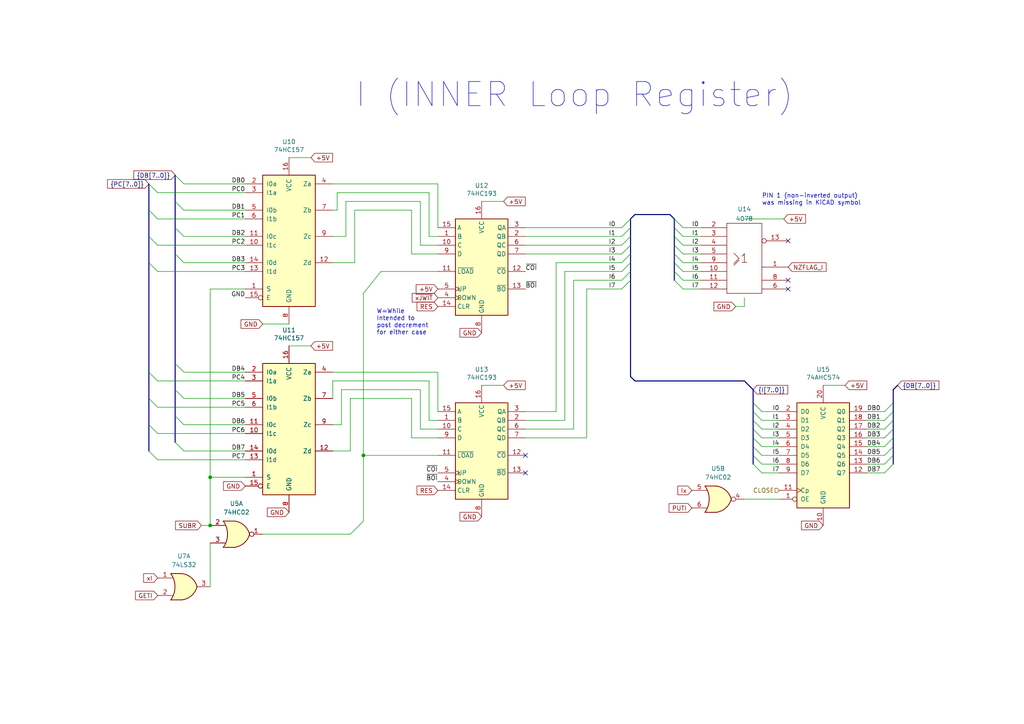
<source format=kicad_sch>
(kicad_sch (version 20231120) (generator "eeschema") (generator_version "8.0")
  (paper "A4")
  (title_block (title "Myth Microcontroller Project") (date "2024-09-21") (rev "1") (company "Picwok.com") (comment 1 "Project Contact: mim@ok-schalter.de (Michael)") (comment 2 "Author: Copyr. 2024 Michael Mangelsdorf/Dosflange@github") (comment 3 "Counters Module") (comment 4 "Inner Counter"))
  (lib_symbols
    (symbol "4xxx_IEEE:4078" (pin_names (offset 0.762))
      (property "Reference" "U" (at 8.89 11.43 0))
      (property "Value" "4078" (at 6.35 -11.43 0))
      (symbol "4078_0_0"
        (rectangle (start -5.08 10.16) (end 5.08 -10.16))
        (polyline (pts (xy -3.048 -2.032) (xy -1.524 -0.508) (xy -1.524 -0.508)))
        (polyline (pts (xy -3.048 1.524) (xy -1.524 0) (xy -3.048 -1.524) (xy -3.048 -1.524)))
        (text "1" (at 0 0 0) (effects (font (size 2.54 2.54))))
        (pin power_in line (at 0 11.43 270) (length 1) hide (name "Vdd") (number "14"))
        (pin power_in line (at 0 -11.43 90) (length 1) hide (name "Vss") (number "7"))
      )
      (symbol "4078_1_1"
        (pin output line (at 12.7 -2.54 180) (length 7.62) (name "~") (number "1"))
        (pin input line (at -12.7 -3.81 0) (length 7.62) (name "~") (number "10"))
        (pin input line (at -12.7 -6.35 0) (length 7.62) (name "~") (number "11"))
        (pin input line (at -12.7 -8.89 0) (length 7.62) (name "~") (number "12"))
        (pin output inverted (at 12.7 5.08 180) (length 7.62) (name "~") (number "13"))
        (pin input line (at -12.7 8.89 0) (length 7.62) (name "~") (number "2"))
        (pin input line (at -12.7 6.35 0) (length 7.62) (name "~") (number "3"))
        (pin input line (at -12.7 3.81 0) (length 7.62) (name "~") (number "4"))
        (pin input line (at -12.7 1.27 0) (length 7.62) (name "~") (number "5"))
        (pin free line (at 12.7 -8.89 180) (length 7.62) (name "~") (number "6"))
        (pin free line (at 12.7 -6.35 180) (length 7.62) (name "~") (number "8"))
        (pin input line (at -12.7 -1.27 0) (length 7.62) (name "~") (number "9"))
      )
    )
    (symbol "74xx:74HC02" (pin_names (offset 1.016))
      (property "Reference" "U" (at 0 1.27 0))
      (property "Value" "74HC02" (at 0 -1.27 0))
      (symbol "74HC02_1_1"
        (arc (start -3.81 -3.81) (mid -2.589 0) (end -3.81 3.81) (stroke (width 0.254)))
        (arc (start -0.6096 -3.81) (mid 2.1842 -2.5851) (end 3.81 0) (stroke (width 0.254)) (fill (type background)))
        (polyline (pts (xy -3.81 -3.81) (xy -0.635 -3.81)) (stroke (width 0.254)) (fill (type background)))
        (polyline (pts (xy -3.81 3.81) (xy -0.635 3.81)) (stroke (width 0.254)) (fill (type background)))
        (polyline (pts (xy -0.635 3.81) (xy -3.81 3.81) (xy -3.81 3.81) (xy -3.556 3.4036) (xy -3.0226 2.2606) (xy -2.6924 1.0414) (xy -2.6162 -0.254) (xy -2.7686 -1.4986) (xy -3.175 -2.7178) (xy -3.81 -3.81) (xy -3.81 -3.81) (xy -0.635 -3.81)) (stroke (width -25.4)) (fill (type background)))
        (arc (start 3.81 0) (mid 2.1915 2.5936) (end -0.6096 3.81) (stroke (width 0.254)) (fill (type background)))
        (pin output inverted (at 7.62 0 180) (length 3.81) (name "~") (number "1"))
        (pin input line (at -7.62 2.54 0) (length 4.318) (name "~") (number "2"))
        (pin input line (at -7.62 -2.54 0) (length 4.318) (name "~") (number "3"))
      )
      (symbol "74HC02_1_2"
        (arc (start 0 -3.81) (mid 3.7934 0) (end 0 3.81) (stroke (width 0.254)) (fill (type background)))
        (polyline (pts (xy 0 3.81) (xy -3.81 3.81) (xy -3.81 -3.81) (xy 0 -3.81)) (stroke (width 0.254)) (fill (type background)))
        (pin output line (at 7.62 0 180) (length 3.81) (name "~") (number "1"))
        (pin input inverted (at -7.62 2.54 0) (length 3.81) (name "~") (number "2"))
        (pin input inverted (at -7.62 -2.54 0) (length 3.81) (name "~") (number "3"))
      )
      (symbol "74HC02_2_1"
        (arc (start -3.81 -3.81) (mid -2.589 0) (end -3.81 3.81) (stroke (width 0.254)))
        (arc (start -0.6096 -3.81) (mid 2.1842 -2.5851) (end 3.81 0) (stroke (width 0.254)) (fill (type background)))
        (polyline (pts (xy -3.81 -3.81) (xy -0.635 -3.81)) (stroke (width 0.254)) (fill (type background)))
        (polyline (pts (xy -3.81 3.81) (xy -0.635 3.81)) (stroke (width 0.254)) (fill (type background)))
        (polyline (pts (xy -0.635 3.81) (xy -3.81 3.81) (xy -3.81 3.81) (xy -3.556 3.4036) (xy -3.0226 2.2606) (xy -2.6924 1.0414) (xy -2.6162 -0.254) (xy -2.7686 -1.4986) (xy -3.175 -2.7178) (xy -3.81 -3.81) (xy -3.81 -3.81) (xy -0.635 -3.81)) (stroke (width -25.4)) (fill (type background)))
        (arc (start 3.81 0) (mid 2.1915 2.5936) (end -0.6096 3.81) (stroke (width 0.254)) (fill (type background)))
        (pin output inverted (at 7.62 0 180) (length 3.81) (name "~") (number "4"))
        (pin input line (at -7.62 2.54 0) (length 4.318) (name "~") (number "5"))
        (pin input line (at -7.62 -2.54 0) (length 4.318) (name "~") (number "6"))
      )
      (symbol "74HC02_2_2"
        (arc (start 0 -3.81) (mid 3.7934 0) (end 0 3.81) (stroke (width 0.254)) (fill (type background)))
        (polyline (pts (xy 0 3.81) (xy -3.81 3.81) (xy -3.81 -3.81) (xy 0 -3.81)) (stroke (width 0.254)) (fill (type background)))
        (pin output line (at 7.62 0 180) (length 3.81) (name "~") (number "4"))
        (pin input inverted (at -7.62 2.54 0) (length 3.81) (name "~") (number "5"))
        (pin input inverted (at -7.62 -2.54 0) (length 3.81) (name "~") (number "6"))
      )
      (symbol "74HC02_3_1"
        (arc (start -3.81 -3.81) (mid -2.589 0) (end -3.81 3.81) (stroke (width 0.254)))
        (arc (start -0.6096 -3.81) (mid 2.1842 -2.5851) (end 3.81 0) (stroke (width 0.254)) (fill (type background)))
        (polyline (pts (xy -3.81 -3.81) (xy -0.635 -3.81)) (stroke (width 0.254)) (fill (type background)))
        (polyline (pts (xy -3.81 3.81) (xy -0.635 3.81)) (stroke (width 0.254)) (fill (type background)))
        (polyline (pts (xy -0.635 3.81) (xy -3.81 3.81) (xy -3.81 3.81) (xy -3.556 3.4036) (xy -3.0226 2.2606) (xy -2.6924 1.0414) (xy -2.6162 -0.254) (xy -2.7686 -1.4986) (xy -3.175 -2.7178) (xy -3.81 -3.81) (xy -3.81 -3.81) (xy -0.635 -3.81)) (stroke (width -25.4)) (fill (type background)))
        (arc (start 3.81 0) (mid 2.1915 2.5936) (end -0.6096 3.81) (stroke (width 0.254)) (fill (type background)))
        (pin output inverted (at 7.62 0 180) (length 3.81) (name "~") (number "10"))
        (pin input line (at -7.62 2.54 0) (length 4.318) (name "~") (number "8"))
        (pin input line (at -7.62 -2.54 0) (length 4.318) (name "~") (number "9"))
      )
      (symbol "74HC02_3_2"
        (arc (start 0 -3.81) (mid 3.7934 0) (end 0 3.81) (stroke (width 0.254)) (fill (type background)))
        (polyline (pts (xy 0 3.81) (xy -3.81 3.81) (xy -3.81 -3.81) (xy 0 -3.81)) (stroke (width 0.254)) (fill (type background)))
        (pin output line (at 7.62 0 180) (length 3.81) (name "~") (number "10"))
        (pin input inverted (at -7.62 2.54 0) (length 3.81) (name "~") (number "8"))
        (pin input inverted (at -7.62 -2.54 0) (length 3.81) (name "~") (number "9"))
      )
      (symbol "74HC02_4_1"
        (arc (start -3.81 -3.81) (mid -2.589 0) (end -3.81 3.81) (stroke (width 0.254)))
        (arc (start -0.6096 -3.81) (mid 2.1842 -2.5851) (end 3.81 0) (stroke (width 0.254)) (fill (type background)))
        (polyline (pts (xy -3.81 -3.81) (xy -0.635 -3.81)) (stroke (width 0.254)) (fill (type background)))
        (polyline (pts (xy -3.81 3.81) (xy -0.635 3.81)) (stroke (width 0.254)) (fill (type background)))
        (polyline (pts (xy -0.635 3.81) (xy -3.81 3.81) (xy -3.81 3.81) (xy -3.556 3.4036) (xy -3.0226 2.2606) (xy -2.6924 1.0414) (xy -2.6162 -0.254) (xy -2.7686 -1.4986) (xy -3.175 -2.7178) (xy -3.81 -3.81) (xy -3.81 -3.81) (xy -0.635 -3.81)) (stroke (width -25.4)) (fill (type background)))
        (arc (start 3.81 0) (mid 2.1915 2.5936) (end -0.6096 3.81) (stroke (width 0.254)) (fill (type background)))
        (pin input line (at -7.62 2.54 0) (length 4.318) (name "~") (number "11"))
        (pin input line (at -7.62 -2.54 0) (length 4.318) (name "~") (number "12"))
        (pin output inverted (at 7.62 0 180) (length 3.81) (name "~") (number "13"))
      )
      (symbol "74HC02_4_2"
        (arc (start 0 -3.81) (mid 3.7934 0) (end 0 3.81) (stroke (width 0.254)) (fill (type background)))
        (polyline (pts (xy 0 3.81) (xy -3.81 3.81) (xy -3.81 -3.81) (xy 0 -3.81)) (stroke (width 0.254)) (fill (type background)))
        (pin input inverted (at -7.62 2.54 0) (length 3.81) (name "~") (number "11"))
        (pin input inverted (at -7.62 -2.54 0) (length 3.81) (name "~") (number "12"))
        (pin output line (at 7.62 0 180) (length 3.81) (name "~") (number "13"))
      )
      (symbol "74HC02_5_0"
        (pin power_in line (at 0 12.7 270) (length 5.08) (name "VCC") (number "14"))
        (pin power_in line (at 0 -12.7 90) (length 5.08) (name "GND") (number "7"))
      )
      (symbol "74HC02_5_1"
        (rectangle (start -5.08 7.62) (end 5.08 -7.62) (stroke (width 0.254)) (fill (type background)))
      )
    )
    (symbol "74xx:74LS157" (pin_names (offset 1.016))
      (property "Reference" "U" (at -7.62 19.05 0))
      (property "Value" "74LS157" (at -7.62 -21.59 0))
      (symbol "74LS157_1_0"
        (pin input line (at -12.7 -15.24 0) (length 5.08) (name "S") (number "1"))
        (pin input line (at -12.7 -2.54 0) (length 5.08) (name "I1c") (number "10"))
        (pin input line (at -12.7 0 0) (length 5.08) (name "I0c") (number "11"))
        (pin output line (at 12.7 -7.62 180) (length 5.08) (name "Zd") (number "12"))
        (pin input line (at -12.7 -10.16 0) (length 5.08) (name "I1d") (number "13"))
        (pin input line (at -12.7 -7.62 0) (length 5.08) (name "I0d") (number "14"))
        (pin input inverted (at -12.7 -17.78 0) (length 5.08) (name "E") (number "15"))
        (pin power_in line (at 0 22.86 270) (length 5.08) (name "VCC") (number "16"))
        (pin input line (at -12.7 15.24 0) (length 5.08) (name "I0a") (number "2"))
        (pin input line (at -12.7 12.7 0) (length 5.08) (name "I1a") (number "3"))
        (pin output line (at 12.7 15.24 180) (length 5.08) (name "Za") (number "4"))
        (pin input line (at -12.7 7.62 0) (length 5.08) (name "I0b") (number "5"))
        (pin input line (at -12.7 5.08 0) (length 5.08) (name "I1b") (number "6"))
        (pin output line (at 12.7 7.62 180) (length 5.08) (name "Zb") (number "7"))
        (pin power_in line (at 0 -25.4 90) (length 5.08) (name "GND") (number "8"))
        (pin output line (at 12.7 0 180) (length 5.08) (name "Zc") (number "9"))
      )
      (symbol "74LS157_1_1"
        (rectangle (start -7.62 17.78) (end 7.62 -20.32) (stroke (width 0.254)) (fill (type background)))
      )
    )
    (symbol "74xx:74LS193"
      (property "Reference" "U" (at -7.62 13.97 0))
      (property "Value" "74LS193" (at 5.08 13.97 0))
      (symbol "74LS193_1_0"
        (pin input line (at -12.7 7.62 0) (length 5.08) (name "B") (number "1"))
        (pin input line (at -12.7 5.08 0) (length 5.08) (name "C") (number "10"))
        (pin input line (at -12.7 -2.54 0) (length 5.08) (name "~{LOAD}") (number "11"))
        (pin output line (at 12.7 -2.54 180) (length 5.08) (name "~{CO}") (number "12"))
        (pin output line (at 12.7 -7.62 180) (length 5.08) (name "~{BO}") (number "13"))
        (pin input line (at -12.7 -12.7 0) (length 5.08) (name "CLR") (number "14"))
        (pin input line (at -12.7 10.16 0) (length 5.08) (name "A") (number "15"))
        (pin power_in line (at 0 17.78 270) (length 5.08) (name "VCC") (number "16"))
        (pin output line (at 12.7 7.62 180) (length 5.08) (name "QB") (number "2"))
        (pin output line (at 12.7 10.16 180) (length 5.08) (name "QA") (number "3"))
        (pin input clock (at -12.7 -10.16 0) (length 5.08) (name "DOWN") (number "4"))
        (pin input clock (at -12.7 -7.62 0) (length 5.08) (name "UP") (number "5"))
        (pin output line (at 12.7 5.08 180) (length 5.08) (name "QC") (number "6"))
        (pin output line (at 12.7 2.54 180) (length 5.08) (name "QD") (number "7"))
        (pin power_in line (at 0 -20.32 90) (length 5.08) (name "GND") (number "8"))
        (pin input line (at -12.7 2.54 0) (length 5.08) (name "D") (number "9"))
      )
      (symbol "74LS193_1_1"
        (rectangle (start -7.62 12.7) (end 7.62 -15.24) (stroke (width 0.254)) (fill (type background)))
      )
    )
    (symbol "74xx:74LS32" (pin_names (offset 1.016))
      (property "Reference" "U" (at 0 1.27 0))
      (property "Value" "74LS32" (at 0 -1.27 0))
      (symbol "74LS32_1_1"
        (arc (start -3.81 -3.81) (mid -2.589 0) (end -3.81 3.81) (stroke (width 0.254)))
        (arc (start -0.6096 -3.81) (mid 2.1855 -2.584) (end 3.81 0) (stroke (width 0.254)) (fill (type background)))
        (polyline (pts (xy -3.81 -3.81) (xy -0.635 -3.81)) (stroke (width 0.254)) (fill (type background)))
        (polyline (pts (xy -3.81 3.81) (xy -0.635 3.81)) (stroke (width 0.254)) (fill (type background)))
        (polyline (pts (xy -0.635 3.81) (xy -3.81 3.81) (xy -3.81 3.81) (xy -3.556 3.4036) (xy -3.0226 2.2606) (xy -2.6924 1.0414) (xy -2.6162 -0.254) (xy -2.7686 -1.4986) (xy -3.175 -2.7178) (xy -3.81 -3.81) (xy -3.81 -3.81) (xy -0.635 -3.81)) (stroke (width -25.4)) (fill (type background)))
        (arc (start 3.81 0) (mid 2.1928 2.5925) (end -0.6096 3.81) (stroke (width 0.254)) (fill (type background)))
        (pin input line (at -7.62 2.54 0) (length 4.318) (name "~") (number "1"))
        (pin input line (at -7.62 -2.54 0) (length 4.318) (name "~") (number "2"))
        (pin output line (at 7.62 0 180) (length 3.81) (name "~") (number "3"))
      )
      (symbol "74LS32_1_2"
        (arc (start 0 -3.81) (mid 3.7934 0) (end 0 3.81) (stroke (width 0.254)) (fill (type background)))
        (polyline (pts (xy 0 3.81) (xy -3.81 3.81) (xy -3.81 -3.81) (xy 0 -3.81)) (stroke (width 0.254)) (fill (type background)))
        (pin input inverted (at -7.62 2.54 0) (length 3.81) (name "~") (number "1"))
        (pin input inverted (at -7.62 -2.54 0) (length 3.81) (name "~") (number "2"))
        (pin output inverted (at 7.62 0 180) (length 3.81) (name "~") (number "3"))
      )
      (symbol "74LS32_2_1"
        (arc (start -3.81 -3.81) (mid -2.589 0) (end -3.81 3.81) (stroke (width 0.254)))
        (arc (start -0.6096 -3.81) (mid 2.1855 -2.584) (end 3.81 0) (stroke (width 0.254)) (fill (type background)))
        (polyline (pts (xy -3.81 -3.81) (xy -0.635 -3.81)) (stroke (width 0.254)) (fill (type background)))
        (polyline (pts (xy -3.81 3.81) (xy -0.635 3.81)) (stroke (width 0.254)) (fill (type background)))
        (polyline (pts (xy -0.635 3.81) (xy -3.81 3.81) (xy -3.81 3.81) (xy -3.556 3.4036) (xy -3.0226 2.2606) (xy -2.6924 1.0414) (xy -2.6162 -0.254) (xy -2.7686 -1.4986) (xy -3.175 -2.7178) (xy -3.81 -3.81) (xy -3.81 -3.81) (xy -0.635 -3.81)) (stroke (width -25.4)) (fill (type background)))
        (arc (start 3.81 0) (mid 2.1928 2.5925) (end -0.6096 3.81) (stroke (width 0.254)) (fill (type background)))
        (pin input line (at -7.62 2.54 0) (length 4.318) (name "~") (number "4"))
        (pin input line (at -7.62 -2.54 0) (length 4.318) (name "~") (number "5"))
        (pin output line (at 7.62 0 180) (length 3.81) (name "~") (number "6"))
      )
      (symbol "74LS32_2_2"
        (arc (start 0 -3.81) (mid 3.7934 0) (end 0 3.81) (stroke (width 0.254)) (fill (type background)))
        (polyline (pts (xy 0 3.81) (xy -3.81 3.81) (xy -3.81 -3.81) (xy 0 -3.81)) (stroke (width 0.254)) (fill (type background)))
        (pin input inverted (at -7.62 2.54 0) (length 3.81) (name "~") (number "4"))
        (pin input inverted (at -7.62 -2.54 0) (length 3.81) (name "~") (number "5"))
        (pin output inverted (at 7.62 0 180) (length 3.81) (name "~") (number "6"))
      )
      (symbol "74LS32_3_1"
        (arc (start -3.81 -3.81) (mid -2.589 0) (end -3.81 3.81) (stroke (width 0.254)))
        (arc (start -0.6096 -3.81) (mid 2.1855 -2.584) (end 3.81 0) (stroke (width 0.254)) (fill (type background)))
        (polyline (pts (xy -3.81 -3.81) (xy -0.635 -3.81)) (stroke (width 0.254)) (fill (type background)))
        (polyline (pts (xy -3.81 3.81) (xy -0.635 3.81)) (stroke (width 0.254)) (fill (type background)))
        (polyline (pts (xy -0.635 3.81) (xy -3.81 3.81) (xy -3.81 3.81) (xy -3.556 3.4036) (xy -3.0226 2.2606) (xy -2.6924 1.0414) (xy -2.6162 -0.254) (xy -2.7686 -1.4986) (xy -3.175 -2.7178) (xy -3.81 -3.81) (xy -3.81 -3.81) (xy -0.635 -3.81)) (stroke (width -25.4)) (fill (type background)))
        (arc (start 3.81 0) (mid 2.1928 2.5925) (end -0.6096 3.81) (stroke (width 0.254)) (fill (type background)))
        (pin input line (at -7.62 -2.54 0) (length 4.318) (name "~") (number "10"))
        (pin output line (at 7.62 0 180) (length 3.81) (name "~") (number "8"))
        (pin input line (at -7.62 2.54 0) (length 4.318) (name "~") (number "9"))
      )
      (symbol "74LS32_3_2"
        (arc (start 0 -3.81) (mid 3.7934 0) (end 0 3.81) (stroke (width 0.254)) (fill (type background)))
        (polyline (pts (xy 0 3.81) (xy -3.81 3.81) (xy -3.81 -3.81) (xy 0 -3.81)) (stroke (width 0.254)) (fill (type background)))
        (pin input inverted (at -7.62 -2.54 0) (length 3.81) (name "~") (number "10"))
        (pin output inverted (at 7.62 0 180) (length 3.81) (name "~") (number "8"))
        (pin input inverted (at -7.62 2.54 0) (length 3.81) (name "~") (number "9"))
      )
      (symbol "74LS32_4_1"
        (arc (start -3.81 -3.81) (mid -2.589 0) (end -3.81 3.81) (stroke (width 0.254)))
        (arc (start -0.6096 -3.81) (mid 2.1855 -2.584) (end 3.81 0) (stroke (width 0.254)) (fill (type background)))
        (polyline (pts (xy -3.81 -3.81) (xy -0.635 -3.81)) (stroke (width 0.254)) (fill (type background)))
        (polyline (pts (xy -3.81 3.81) (xy -0.635 3.81)) (stroke (width 0.254)) (fill (type background)))
        (polyline (pts (xy -0.635 3.81) (xy -3.81 3.81) (xy -3.81 3.81) (xy -3.556 3.4036) (xy -3.0226 2.2606) (xy -2.6924 1.0414) (xy -2.6162 -0.254) (xy -2.7686 -1.4986) (xy -3.175 -2.7178) (xy -3.81 -3.81) (xy -3.81 -3.81) (xy -0.635 -3.81)) (stroke (width -25.4)) (fill (type background)))
        (arc (start 3.81 0) (mid 2.1928 2.5925) (end -0.6096 3.81) (stroke (width 0.254)) (fill (type background)))
        (pin output line (at 7.62 0 180) (length 3.81) (name "~") (number "11"))
        (pin input line (at -7.62 2.54 0) (length 4.318) (name "~") (number "12"))
        (pin input line (at -7.62 -2.54 0) (length 4.318) (name "~") (number "13"))
      )
      (symbol "74LS32_4_2"
        (arc (start 0 -3.81) (mid 3.7934 0) (end 0 3.81) (stroke (width 0.254)) (fill (type background)))
        (polyline (pts (xy 0 3.81) (xy -3.81 3.81) (xy -3.81 -3.81) (xy 0 -3.81)) (stroke (width 0.254)) (fill (type background)))
        (pin output inverted (at 7.62 0 180) (length 3.81) (name "~") (number "11"))
        (pin input inverted (at -7.62 2.54 0) (length 3.81) (name "~") (number "12"))
        (pin input inverted (at -7.62 -2.54 0) (length 3.81) (name "~") (number "13"))
      )
      (symbol "74LS32_5_0"
        (pin power_in line (at 0 12.7 270) (length 5.08) (name "VCC") (number "14"))
        (pin power_in line (at 0 -12.7 90) (length 5.08) (name "GND") (number "7"))
      )
      (symbol "74LS32_5_1"
        (rectangle (start -5.08 7.62) (end 5.08 -7.62) (stroke (width 0.254)) (fill (type background)))
      )
    )
    (symbol "74xx:74LS574" (pin_names (offset 1.016))
      (property "Reference" "U" (at -7.62 16.51 0))
      (property "Value" "74LS574" (at -7.62 -16.51 0))
      (symbol "74LS574_1_0"
        (pin input inverted (at -12.7 -12.7 0) (length 5.08) (name "OE") (number "1"))
        (pin power_in line (at 0 -20.32 90) (length 5.08) (name "GND") (number "10"))
        (pin input clock (at -12.7 -10.16 0) (length 5.08) (name "Cp") (number "11"))
        (pin tri_state line (at 12.7 -5.08 180) (length 5.08) (name "Q7") (number "12"))
        (pin tri_state line (at 12.7 -2.54 180) (length 5.08) (name "Q6") (number "13"))
        (pin tri_state line (at 12.7 0 180) (length 5.08) (name "Q5") (number "14"))
        (pin tri_state line (at 12.7 2.54 180) (length 5.08) (name "Q4") (number "15"))
        (pin tri_state line (at 12.7 5.08 180) (length 5.08) (name "Q3") (number "16"))
        (pin tri_state line (at 12.7 7.62 180) (length 5.08) (name "Q2") (number "17"))
        (pin tri_state line (at 12.7 10.16 180) (length 5.08) (name "Q1") (number "18"))
        (pin tri_state line (at 12.7 12.7 180) (length 5.08) (name "Q0") (number "19"))
        (pin input line (at -12.7 12.7 0) (length 5.08) (name "D0") (number "2"))
        (pin power_in line (at 0 20.32 270) (length 5.08) (name "VCC") (number "20"))
        (pin input line (at -12.7 10.16 0) (length 5.08) (name "D1") (number "3"))
        (pin input line (at -12.7 7.62 0) (length 5.08) (name "D2") (number "4"))
        (pin input line (at -12.7 5.08 0) (length 5.08) (name "D3") (number "5"))
        (pin input line (at -12.7 2.54 0) (length 5.08) (name "D4") (number "6"))
        (pin input line (at -12.7 0 0) (length 5.08) (name "D5") (number "7"))
        (pin input line (at -12.7 -2.54 0) (length 5.08) (name "D6") (number "8"))
        (pin input line (at -12.7 -5.08 0) (length 5.08) (name "D7") (number "9"))
      )
      (symbol "74LS574_1_1"
        (rectangle (start -7.62 15.24) (end 7.62 -15.24) (stroke (width 0.254)) (fill (type background)))
      )
    )
  )
  (junction (at 60.96 138.43))
  (junction (at 105.41 132.08))
  (junction (at 60.96 152.4))
  (no_connect (at 228.6 69.85))
  (no_connect (at 152.4 132.08))
  (no_connect (at 228.6 81.28))
  (no_connect (at 228.6 83.82))
  (no_connect (at 152.4 137.16))
  (bus_entry (at 43.18 115.57) (size 2.54 2.54))
  (bus_entry (at 218.44 116.84) (size 2.54 2.54))
  (bus_entry (at 259.08 124.46) (size -2.54 2.54))
  (bus_entry (at 218.44 134.62) (size 2.54 2.54))
  (bus_entry (at 50.8 113.03) (size 2.54 2.54))
  (bus_entry (at 259.08 129.54) (size -2.54 2.54))
  (bus_entry (at 50.8 58.42) (size 2.54 2.54))
  (bus_entry (at 43.18 60.96) (size 2.54 2.54))
  (bus_entry (at 50.8 105.41) (size 2.54 2.54))
  (bus_entry (at 50.8 128.27) (size 2.54 2.54))
  (bus_entry (at 195.58 71.12) (size 2.54 2.54))
  (bus_entry (at 195.58 81.28) (size 2.54 2.54))
  (bus_entry (at 182.88 71.12) (size -2.54 2.54))
  (bus_entry (at 50.8 120.65) (size 2.54 2.54))
  (bus_entry (at 259.08 121.92) (size -2.54 2.54))
  (bus_entry (at 259.08 119.38) (size -2.54 2.54))
  (bus_entry (at 195.58 76.2) (size 2.54 2.54))
  (bus_entry (at 43.18 107.95) (size 2.54 2.54))
  (bus_entry (at 50.8 73.66) (size 2.54 2.54))
  (bus_entry (at 50.8 66.04) (size 2.54 2.54))
  (bus_entry (at 43.18 130.81) (size 2.54 2.54))
  (bus_entry (at 259.08 134.62) (size -2.54 2.54))
  (bus_entry (at 50.8 50.8) (size 2.54 2.54))
  (bus_entry (at 182.88 63.5) (size -2.54 2.54))
  (bus_entry (at 259.08 116.84) (size -2.54 2.54))
  (bus_entry (at 43.18 53.34) (size 2.54 2.54))
  (bus_entry (at 218.44 121.92) (size 2.54 2.54))
  (bus_entry (at 43.18 68.58) (size 2.54 2.54))
  (bus_entry (at 259.08 132.08) (size -2.54 2.54))
  (bus_entry (at 182.88 81.28) (size -2.54 2.54))
  (bus_entry (at 218.44 124.46) (size 2.54 2.54))
  (bus_entry (at 43.18 76.2) (size 2.54 2.54))
  (bus_entry (at 259.08 127) (size -2.54 2.54))
  (bus_entry (at 195.58 78.74) (size 2.54 2.54))
  (bus_entry (at 182.88 76.2) (size -2.54 2.54))
  (bus_entry (at 218.44 132.08) (size 2.54 2.54))
  (bus_entry (at 182.88 73.66) (size -2.54 2.54))
  (bus_entry (at 218.44 129.54) (size 2.54 2.54))
  (bus_entry (at 182.88 78.74) (size -2.54 2.54))
  (bus_entry (at 43.18 123.19) (size 2.54 2.54))
  (bus_entry (at 218.44 127) (size 2.54 2.54))
  (bus_entry (at 195.58 73.66) (size 2.54 2.54))
  (bus_entry (at 218.44 119.38) (size 2.54 2.54))
  (bus_entry (at 195.58 63.5) (size 2.54 2.54))
  (bus_entry (at 182.88 68.58) (size -2.54 2.54))
  (bus_entry (at 182.88 66.04) (size -2.54 2.54))
  (bus_entry (at 195.58 66.04) (size 2.54 2.54))
  (bus_entry (at 195.58 68.58) (size 2.54 2.54))
  (wire (pts (xy 96.52 68.58) (xy 100.33 68.58)))
  (wire (pts (xy 163.83 78.74) (xy 163.83 121.92)))
  (wire (pts (xy 53.34 60.96) (xy 71.12 60.96)))
  (wire (pts (xy 60.96 138.43) (xy 60.96 83.82)))
  (wire (pts (xy 251.46 124.46) (xy 256.54 124.46)))
  (wire (pts (xy 96.52 123.19) (xy 99.06 123.19)))
  (bus (pts (xy 218.44 127) (xy 218.44 129.54)))
  (bus (pts (xy 184.15 62.23) (xy 194.31 62.23)))
  (bus (pts (xy 215.9 110.49) (xy 218.44 113.03)))
  (wire (pts (xy 161.29 119.38) (xy 152.4 119.38)))
  (wire (pts (xy 100.33 58.42) (xy 100.33 68.58)))
  (wire (pts (xy 152.4 73.66) (xy 180.34 73.66)))
  (wire (pts (xy 226.06 129.54) (xy 220.98 129.54)))
  (bus (pts (xy 218.44 113.03) (xy 218.44 116.84)))
  (wire (pts (xy 45.72 71.12) (xy 71.12 71.12)))
  (bus (pts (xy 195.58 73.66) (xy 195.58 76.2)))
  (bus (pts (xy 184.15 62.23) (xy 182.88 63.5)))
  (wire (pts (xy 215.9 144.78) (xy 226.06 144.78)))
  (wire (pts (xy 53.34 68.58) (xy 71.12 68.58)))
  (bus (pts (xy 182.88 68.58) (xy 182.88 71.12)))
  (wire (pts (xy 96.52 130.81) (xy 101.6 130.81)))
  (wire (pts (xy 215.9 63.5) (xy 227.33 63.5)))
  (wire (pts (xy 96.52 60.96) (xy 97.79 60.96)))
  (wire (pts (xy 45.72 78.74) (xy 71.12 78.74)))
  (wire (pts (xy 170.18 83.82) (xy 180.34 83.82)))
  (wire (pts (xy 203.2 68.58) (xy 198.12 68.58)))
  (bus (pts (xy 259.08 116.84) (xy 259.08 113.03)))
  (bus (pts (xy 50.8 113.03) (xy 50.8 120.65)))
  (bus (pts (xy 182.88 73.66) (xy 182.88 76.2)))
  (bus (pts (xy 182.88 66.04) (xy 182.88 68.58)))
  (wire (pts (xy 251.46 121.92) (xy 256.54 121.92)))
  (wire (pts (xy 251.46 129.54) (xy 256.54 129.54)))
  (wire (pts (xy 152.4 66.04) (xy 180.34 66.04)))
  (wire (pts (xy 121.92 58.42) (xy 121.92 71.12)))
  (bus (pts (xy 259.08 132.08) (xy 259.08 129.54)))
  (wire (pts (xy 251.46 137.16) (xy 256.54 137.16)))
  (wire (pts (xy 251.46 134.62) (xy 256.54 134.62)))
  (bus (pts (xy 43.18 115.57) (xy 43.18 123.19)))
  (wire (pts (xy 119.38 73.66) (xy 127 73.66)))
  (bus (pts (xy 195.58 63.5) (xy 195.58 66.04)))
  (wire (pts (xy 53.34 130.81) (xy 71.12 130.81)))
  (bus (pts (xy 218.44 116.84) (xy 218.44 119.38)))
  (bus (pts (xy 184.15 110.49) (xy 215.9 110.49)))
  (wire (pts (xy 119.38 60.96) (xy 119.38 73.66)))
  (wire (pts (xy 60.96 83.82) (xy 71.12 83.82)))
  (bus (pts (xy 182.88 71.12) (xy 182.88 73.66)))
  (wire (pts (xy 101.6 154.94) (xy 105.41 151.13)))
  (wire (pts (xy 45.72 125.73) (xy 71.12 125.73)))
  (wire (pts (xy 215.9 86.36) (xy 215.9 88.9)))
  (bus (pts (xy 43.18 76.2) (xy 43.18 107.95)))
  (wire (pts (xy 127 107.95) (xy 127 119.38)))
  (wire (pts (xy 121.92 113.03) (xy 121.92 124.46)))
  (bus (pts (xy 259.08 113.03) (xy 260.35 111.76)))
  (wire (pts (xy 105.41 85.09) (xy 110.49 78.74)))
  (wire (pts (xy 105.41 132.08) (xy 127 132.08)))
  (bus (pts (xy 182.88 81.28) (xy 182.88 109.22)))
  (wire (pts (xy 102.87 60.96) (xy 102.87 76.2)))
  (wire (pts (xy 124.46 55.88) (xy 124.46 68.58)))
  (wire (pts (xy 110.49 78.74) (xy 127 78.74)))
  (wire (pts (xy 124.46 121.92) (xy 127 121.92)))
  (wire (pts (xy 45.72 133.35) (xy 71.12 133.35)))
  (wire (pts (xy 203.2 66.04) (xy 198.12 66.04)))
  (bus (pts (xy 218.44 132.08) (xy 218.44 134.62)))
  (wire (pts (xy 53.34 53.34) (xy 71.12 53.34)))
  (bus (pts (xy 195.58 66.04) (xy 195.58 68.58)))
  (bus (pts (xy 43.18 60.96) (xy 43.18 68.58)))
  (wire (pts (xy 53.34 123.19) (xy 71.12 123.19)))
  (wire (pts (xy 251.46 127) (xy 256.54 127)))
  (wire (pts (xy 83.82 100.33) (xy 90.17 100.33)))
  (wire (pts (xy 101.6 115.57) (xy 101.6 130.81)))
  (bus (pts (xy 195.58 71.12) (xy 195.58 73.66)))
  (wire (pts (xy 203.2 76.2) (xy 198.12 76.2)))
  (wire (pts (xy 251.46 119.38) (xy 256.54 119.38)))
  (wire (pts (xy 170.18 83.82) (xy 170.18 127)))
  (wire (pts (xy 96.52 53.34) (xy 127 53.34)))
  (bus (pts (xy 218.44 119.38) (xy 218.44 121.92)))
  (wire (pts (xy 45.72 55.88) (xy 71.12 55.88)))
  (wire (pts (xy 99.06 113.03) (xy 99.06 123.19)))
  (wire (pts (xy 101.6 115.57) (xy 119.38 115.57)))
  (wire (pts (xy 251.46 132.08) (xy 256.54 132.08)))
  (wire (pts (xy 119.38 127) (xy 127 127)))
  (bus (pts (xy 182.88 109.22) (xy 184.15 110.49)))
  (wire (pts (xy 161.29 76.2) (xy 180.34 76.2)))
  (wire (pts (xy 139.7 58.42) (xy 146.05 58.42)))
  (wire (pts (xy 226.06 127) (xy 220.98 127)))
  (wire (pts (xy 152.4 124.46) (xy 166.37 124.46)))
  (wire (pts (xy 124.46 68.58) (xy 127 68.58)))
  (wire (pts (xy 105.41 151.13) (xy 105.41 132.08)))
  (bus (pts (xy 195.58 68.58) (xy 195.58 71.12)))
  (bus (pts (xy 50.8 58.42) (xy 50.8 66.04)))
  (wire (pts (xy 45.72 118.11) (xy 71.12 118.11)))
  (wire (pts (xy 226.06 119.38) (xy 220.98 119.38)))
  (wire (pts (xy 163.83 121.92) (xy 152.4 121.92)))
  (wire (pts (xy 226.06 132.08) (xy 220.98 132.08)))
  (wire (pts (xy 203.2 73.66) (xy 198.12 73.66)))
  (wire (pts (xy 45.72 110.49) (xy 71.12 110.49)))
  (bus (pts (xy 259.08 124.46) (xy 259.08 121.92)))
  (wire (pts (xy 226.06 121.92) (xy 220.98 121.92)))
  (wire (pts (xy 163.83 78.74) (xy 180.34 78.74)))
  (wire (pts (xy 152.4 71.12) (xy 180.34 71.12)))
  (wire (pts (xy 166.37 81.28) (xy 166.37 124.46)))
  (wire (pts (xy 121.92 124.46) (xy 127 124.46)))
  (bus (pts (xy 195.58 63.5) (xy 194.31 62.23)))
  (wire (pts (xy 83.82 45.72) (xy 90.17 45.72)))
  (bus (pts (xy 259.08 127) (xy 259.08 124.46)))
  (bus (pts (xy 259.08 129.54) (xy 259.08 127)))
  (wire (pts (xy 58.42 152.4) (xy 60.96 152.4)))
  (wire (pts (xy 226.06 124.46) (xy 220.98 124.46)))
  (bus (pts (xy 50.8 50.8) (xy 50.8 58.42)))
  (bus (pts (xy 218.44 129.54) (xy 218.44 132.08)))
  (bus (pts (xy 43.18 68.58) (xy 43.18 76.2)))
  (bus (pts (xy 182.88 63.5) (xy 182.88 66.04)))
  (wire (pts (xy 53.34 76.2) (xy 71.12 76.2)))
  (bus (pts (xy 43.18 123.19) (xy 43.18 130.81)))
  (wire (pts (xy 203.2 78.74) (xy 198.12 78.74)))
  (bus (pts (xy 195.58 78.74) (xy 195.58 81.28)))
  (wire (pts (xy 102.87 60.96) (xy 119.38 60.96)))
  (bus (pts (xy 259.08 121.92) (xy 259.08 119.38)))
  (wire (pts (xy 226.06 137.16) (xy 220.98 137.16)))
  (wire (pts (xy 96.52 107.95) (xy 127 107.95)))
  (bus (pts (xy 218.44 124.46) (xy 218.44 127)))
  (bus (pts (xy 182.88 78.74) (xy 182.88 81.28)))
  (wire (pts (xy 161.29 76.2) (xy 161.29 119.38)))
  (wire (pts (xy 121.92 71.12) (xy 127 71.12)))
  (wire (pts (xy 105.41 132.08) (xy 105.41 85.09)))
  (wire (pts (xy 53.34 107.95) (xy 71.12 107.95)))
  (wire (pts (xy 152.4 68.58) (xy 180.34 68.58)))
  (bus (pts (xy 43.18 107.95) (xy 43.18 115.57)))
  (bus (pts (xy 195.58 76.2) (xy 195.58 78.74)))
  (wire (pts (xy 124.46 110.49) (xy 124.46 121.92)))
  (wire (pts (xy 170.18 127) (xy 152.4 127)))
  (bus (pts (xy 218.44 121.92) (xy 218.44 124.46)))
  (wire (pts (xy 166.37 81.28) (xy 180.34 81.28)))
  (wire (pts (xy 213.36 88.9) (xy 215.9 88.9)))
  (bus (pts (xy 50.8 73.66) (xy 50.8 105.41)))
  (wire (pts (xy 76.2 93.98) (xy 83.82 93.98)))
  (wire (pts (xy 53.34 115.57) (xy 71.12 115.57)))
  (wire (pts (xy 203.2 83.82) (xy 198.12 83.82)))
  (wire (pts (xy 203.2 71.12) (xy 198.12 71.12)))
  (bus (pts (xy 50.8 105.41) (xy 50.8 113.03)))
  (wire (pts (xy 97.79 55.88) (xy 124.46 55.88)))
  (wire (pts (xy 76.2 154.94) (xy 101.6 154.94)))
  (wire (pts (xy 60.96 152.4) (xy 60.96 138.43)))
  (bus (pts (xy 259.08 134.62) (xy 259.08 132.08)))
  (wire (pts (xy 203.2 81.28) (xy 198.12 81.28)))
  (wire (pts (xy 127 53.34) (xy 127 66.04)))
  (wire (pts (xy 45.72 63.5) (xy 71.12 63.5)))
  (bus (pts (xy 182.88 76.2) (xy 182.88 78.74)))
  (wire (pts (xy 60.96 138.43) (xy 71.12 138.43)))
  (bus (pts (xy 259.08 119.38) (xy 259.08 116.84)))
  (wire (pts (xy 119.38 115.57) (xy 119.38 127)))
  (bus (pts (xy 43.18 53.34) (xy 43.18 60.96)))
  (bus (pts (xy 50.8 120.65) (xy 50.8 128.27)))
  (wire (pts (xy 238.76 111.76) (xy 245.11 111.76)))
  (bus (pts (xy 50.8 66.04) (xy 50.8 73.66)))
  (wire (pts (xy 96.52 110.49) (xy 124.46 110.49)))
  (wire (pts (xy 96.52 110.49) (xy 96.52 115.57)))
  (wire (pts (xy 99.06 113.03) (xy 121.92 113.03)))
  (wire (pts (xy 96.52 76.2) (xy 102.87 76.2)))
  (wire (pts (xy 226.06 134.62) (xy 220.98 134.62)))
  (wire (pts (xy 60.96 170.18) (xy 60.96 157.48)))
  (wire (pts (xy 139.7 111.76) (xy 146.05 111.76)))
  (wire (pts (xy 97.79 55.88) (xy 97.79 60.96)))
  (wire (pts (xy 100.33 58.42) (xy 121.92 58.42)))
  (text "PIN 1 (non-inverted output)\nwas missing in KiCAD symbol" (at 220.98 59.69 0) (effects (font (size 1.27 1.27)) (justify left bottom)))
  (text "W=While\nIntended to\npost decrement\nfor either case" (at 109.22 97.282 0) (effects (font (size 1.27 1.27)) (justify left bottom)))
  (text "I (INNER Loop Register)" (at 102.87 31.75 0) (effects (font (size 7 7)) (justify left bottom)))
  (label "I5" (at 226.06 132.08 180))
  (label "DB2" (at 71.12 68.58 180))
  (label "PC3" (at 71.12 78.74 180))
  (label "PC0" (at 71.12 55.88 180))
  (label "DB1" (at 251.46 121.92 0))
  (label "I1" (at 176.53 68.58 0))
  (label "I2" (at 226.06 124.46 180))
  (label "I6" (at 226.06 134.62 180))
  (label "I1" (at 226.06 121.92 180))
  (label "DB7" (at 251.46 137.16 0))
  (label "I5" (at 200.66 78.74 0))
  (label "I7" (at 176.53 83.82 0))
  (label "I7" (at 226.06 137.16 180))
  (label "GND" (at 71.12 86.36 180))
  (label "DB0" (at 71.12 53.34 180))
  (label "DB6" (at 251.46 134.62 0))
  (label "I2" (at 176.53 71.12 0))
  (label "~{COI}" (at 152.4 78.74 0))
  (label "I2" (at 200.66 71.12 0))
  (label "I0" (at 226.06 119.38 180))
  (label "I4" (at 176.53 76.2 0))
  (label "PC5" (at 71.12 118.11 180))
  (label "DB7" (at 71.12 130.81 180))
  (label "DB4" (at 71.12 107.95 180))
  (label "~{BOI}" (at 152.4 83.82 0))
  (label "DB6" (at 71.12 123.19 180))
  (label "DB1" (at 71.12 60.96 180))
  (label "I0" (at 200.66 66.04 0))
  (label "DB5" (at 251.46 132.08 0))
  (label "~{COI}" (at 127 137.16 180))
  (label "I4" (at 200.66 76.2 0))
  (label "PC1" (at 71.12 63.5 180))
  (label "PC2" (at 71.12 71.12 180))
  (label "PC6" (at 71.12 125.73 180))
  (label "I4" (at 226.06 129.54 180))
  (label "I3" (at 176.53 73.66 0))
  (label "I0" (at 176.53 66.04 0))
  (label "DB2" (at 251.46 124.46 0))
  (label "I6" (at 176.53 81.28 0))
  (label "I3" (at 226.06 127 180))
  (label "DB3" (at 251.46 127 0))
  (label "I1" (at 200.66 68.58 0))
  (label "PC7" (at 71.12 133.35 180))
  (label "DB4" (at 251.46 129.54 0))
  (label "DB0" (at 251.46 119.38 0))
  (label "PC4" (at 71.12 110.49 180))
  (label "I3" (at 200.66 73.66 0))
  (label "DB5" (at 71.12 115.57 180))
  (label "I7" (at 200.66 83.82 0))
  (label "~{BOI}" (at 127 139.7 180))
  (label "I6" (at 200.66 81.28 0))
  (label "I5" (at 176.53 78.74 0))
  (label "DB3" (at 71.12 76.2 180))
  (global_label "xI" (shape input) (at 45.72 167.64 180) (property "Intersheetrefs" "${INTERSHEET_REFS}" (effects (hide yes))))
  (global_label "+5V" (shape input) (at 127 83.82 180) (property "Intersheetrefs" "${INTERSHEET_REFS}" (effects (hide yes))))
  (global_label "~{xJWIT}" (shape input) (at 127 86.36 180) (property "Intersheetrefs" "${INTERSHEET_REFS}" (effects (hide yes))))
  (global_label "GND" (shape input) (at 238.76 152.4 180) (property "Intersheetrefs" "${INTERSHEET_REFS}" (effects (hide yes))))
  (global_label "{PC[7..0]}" (shape input) (at 43.18 53.34 180) (property "Intersheetrefs" "${INTERSHEET_REFS}" (effects (hide yes))))
  (global_label "RES" (shape input) (at 127 88.9 180) (property "Intersheetrefs" "${INTERSHEET_REFS}" (effects (hide yes))))
  (global_label "+5V" (shape input) (at 146.05 58.42 0) (property "Intersheetrefs" "${INTERSHEET_REFS}" (effects (hide yes))))
  (global_label "PUTI" (shape input) (at 200.66 147.32 180) (property "Intersheetrefs" "${INTERSHEET_REFS}" (effects (hide yes))))
  (global_label "{DB[7..0]}" (shape input) (at 50.8 50.8 180) (property "Intersheetrefs" "${INTERSHEET_REFS}" (effects (hide yes))))
  (global_label "+5V" (shape input) (at 227.33 63.5 0) (property "Intersheetrefs" "${INTERSHEET_REFS}" (effects (hide yes))))
  (global_label "GND" (shape input) (at 83.82 148.59 180) (property "Intersheetrefs" "${INTERSHEET_REFS}" (effects (hide yes))))
  (global_label "+5V" (shape input) (at 90.17 100.33 0) (property "Intersheetrefs" "${INTERSHEET_REFS}" (effects (hide yes))))
  (global_label "+5V" (shape input) (at 90.17 45.72 0) (property "Intersheetrefs" "${INTERSHEET_REFS}" (effects (hide yes))))
  (global_label "GND" (shape input) (at 71.12 140.97 180) (property "Intersheetrefs" "${INTERSHEET_REFS}" (effects (hide yes))))
  (global_label "NZFLAG_I" (shape input) (at 228.6 77.47 0) (property "Intersheetrefs" "${INTERSHEET_REFS}" (effects (hide yes))))
  (global_label "GND" (shape input) (at 213.36 88.9 180) (property "Intersheetrefs" "${INTERSHEET_REFS}" (effects (hide yes))))
  (global_label "GND" (shape input) (at 139.7 96.52 180) (property "Intersheetrefs" "${INTERSHEET_REFS}" (effects (hide yes))))
  (global_label "Ix" (shape input) (at 200.66 142.24 180) (property "Intersheetrefs" "${INTERSHEET_REFS}" (effects (hide yes))))
  (global_label "RES" (shape input) (at 127 142.24 180) (property "Intersheetrefs" "${INTERSHEET_REFS}" (effects (hide yes))))
  (global_label "GND" (shape input) (at 76.2 93.98 180) (property "Intersheetrefs" "${INTERSHEET_REFS}" (effects (hide yes))))
  (global_label "+5V" (shape input) (at 245.11 111.76 0) (property "Intersheetrefs" "${INTERSHEET_REFS}" (effects (hide yes))))
  (global_label "SUBR" (shape input) (at 58.42 152.4 180) (property "Intersheetrefs" "${INTERSHEET_REFS}" (effects (hide yes))))
  (global_label "{I[7..0]}" (shape input) (at 218.44 113.03 0) (property "Intersheetrefs" "${INTERSHEET_REFS}" (effects (hide yes))))
  (global_label "{DB[7..0]}" (shape input) (at 260.35 111.76 0) (property "Intersheetrefs" "${INTERSHEET_REFS}" (effects (hide yes))))
  (global_label "GETI" (shape input) (at 45.72 172.72 180) (property "Intersheetrefs" "${INTERSHEET_REFS}" (effects (hide yes))))
  (global_label "+5V" (shape input) (at 146.05 111.76 0) (property "Intersheetrefs" "${INTERSHEET_REFS}" (effects (hide yes))))
  (global_label "GND" (shape input) (at 139.7 149.86 180) (property "Intersheetrefs" "${INTERSHEET_REFS}" (effects (hide yes))))
  (hierarchical_label "CLOSE" (shape input) (at 226.06 142.24 180))
  (symbol (lib_id "74xx:74HC02") (at 208.28 144.78 0) (unit 2)
    (property "Reference" "U5" (at 208.28 135.89 0))
    (property "Value" "74HC02" (at 208.28 138.43 0))
    (property "Footprint" "Package_DIP:DIP-14_W7.62mm_LongPads" (effects (hide yes)))
    (property "Datasheet" "http://www.ti.com/lit/gpn/sn74hc02" (effects (hide yes)))
    (property "Description" "quad 2-input NOR gate" (effects (hide yes)))
  )
  (symbol (lib_id "74xx:74LS32") (at 53.34 170.18 0) (unit 1)
    (property "Reference" "U7" (at 53.34 161.29 0))
    (property "Value" "74LS32" (at 53.34 163.83 0))
    (property "Footprint" "Package_DIP:DIP-14_W7.62mm_LongPads" (effects (hide yes)))
    (property "Datasheet" "http://www.ti.com/lit/gpn/sn74LS32" (effects (hide yes)))
    (property "Description" "Quad 2-input OR" (effects (hide yes)))
  )
  (symbol (lib_id "74xx:74LS157") (at 83.82 123.19 0) (unit 1)
    (property "Reference" "U11" (at 83.82 95.7326 0))
    (property "Value" "74HC157" (at 83.82 98.044 0))
    (property "Footprint" "Package_DIP:DIP-16_W7.62mm_Socket_LongPads" (effects (hide yes)))
    (property "Datasheet" "https://assets.nexperia.com/documents/data-sheet/74AHC_AHCT04.pdf" (effects (hide yes)))
  )
  (symbol (lib_id "4xxx_IEEE:4078") (at 215.9 74.93 0) (unit 1)
    (property "Reference" "U14" (at 215.9 60.6605 0))
    (property "Value" "4078" (at 215.9 63.4356 0))
    (property "Footprint" "Package_DIP:DIP-14_W7.62mm_Socket_LongPads" (effects (hide yes)))
  )
  (symbol (lib_id "74xx:74LS193") (at 139.7 76.2 0) (unit 1)
    (property "Reference" "U12" (at 139.7 53.8226 0))
    (property "Value" "74HC193" (at 139.7 56.134 0))
    (property "Footprint" "Package_DIP:DIP-16_W7.62mm_Socket_LongPads" (effects (hide yes)))
    (property "Datasheet" "https://assets.nexperia.com/documents/data-sheet/74AHC_AHCT04.pdf" (effects (hide yes)))
  )
  (symbol (lib_id "74xx:74HC02") (at 68.58 154.94 0) (unit 1)
    (property "Reference" "U5" (at 68.58 146.05 0))
    (property "Value" "74HC02" (at 68.58 148.59 0))
    (property "Footprint" "Package_DIP:DIP-14_W7.62mm_LongPads" (effects (hide yes)))
    (property "Datasheet" "http://www.ti.com/lit/gpn/sn74hc02" (effects (hide yes)))
    (property "Description" "quad 2-input NOR gate" (effects (hide yes)))
  )
  (symbol (lib_id "74xx:74LS157") (at 83.82 68.58 0) (unit 1)
    (property "Reference" "U10" (at 83.82 41.1226 0))
    (property "Value" "74HC157" (at 83.82 43.434 0))
    (property "Footprint" "Package_DIP:DIP-16_W7.62mm_Socket_LongPads" (effects (hide yes)))
    (property "Datasheet" "https://assets.nexperia.com/documents/data-sheet/74AHC_AHCT04.pdf" (effects (hide yes)))
  )
  (symbol (lib_id "74xx:74LS193") (at 139.7 129.54 0) (unit 1)
    (property "Reference" "U13" (at 139.7 107.1626 0))
    (property "Value" "74HC193" (at 139.7 109.474 0))
    (property "Footprint" "Package_DIP:DIP-16_W7.62mm_Socket_LongPads" (effects (hide yes)))
    (property "Datasheet" "http://www.ti.com/lit/ds/symlink/sn74ls193.pdf" (effects (hide yes)))
  )
  (symbol (lib_id "74xx:74LS574") (at 238.76 132.08 0) (unit 1)
    (property "Reference" "U15" (at 238.76 107.1626 0))
    (property "Value" "74AHC574" (at 238.76 109.474 0))
    (property "Footprint" "Package_DIP:DIP-20_W7.62mm_Socket_LongPads" (effects (hide yes)))
    (property "Datasheet" "http://www.ti.com/lit/gpn/sn74LS574" (effects (hide yes)))
  )
)
</source>
